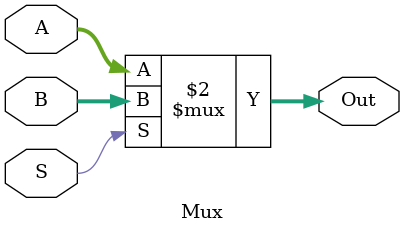
<source format=v>
`timescale 1ns / 1ps


module Mux(A,B,S,Out);
input [7:0]A,B;
input S;
output [7:0]Out;

assign Out = (S == 1)? B : A;
endmodule

</source>
